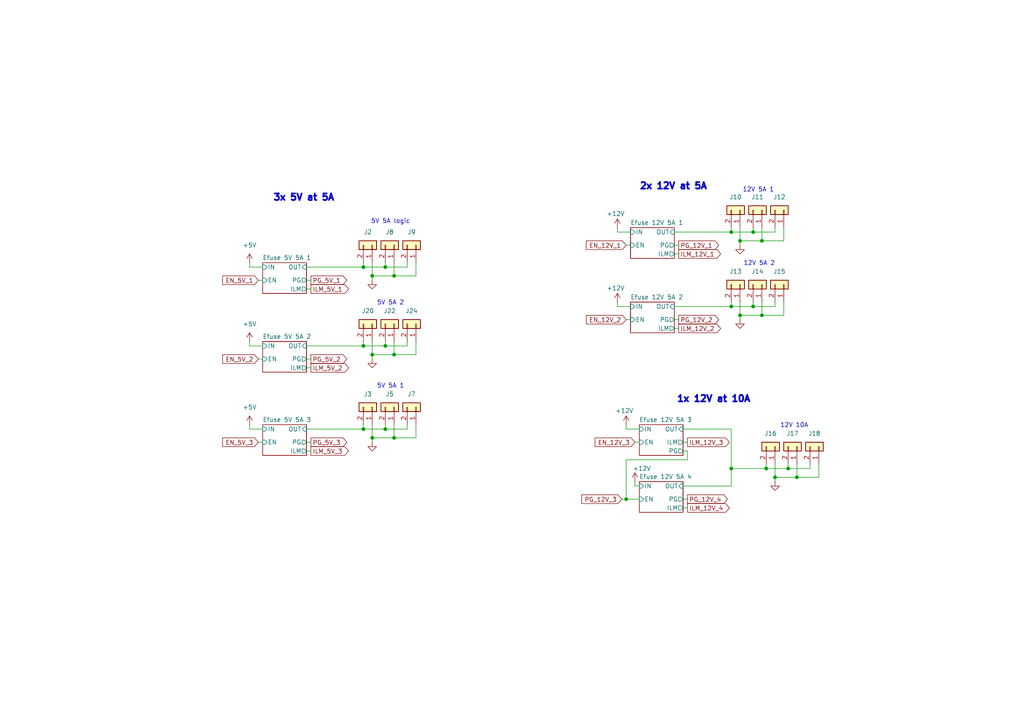
<source format=kicad_sch>
(kicad_sch (version 20250114) (generator "eeschema") (generator_version "9.0")
  (paper "A4")
  (lib_symbols
    (symbol "Connector_Generic:Conn_01x02" (pin_names (offset 1.016) (hide yes))
      (property "Reference" "J" (at 0 2.54 0))
      (property "Value" "Conn_01x02" (at 0 -5.08 0))
      (symbol "Conn_01x02_1_1"
        (rectangle (start -1.27 1.27) (end 1.27 -3.81) (stroke (width 0.254)) (fill (type background)))
        (rectangle (start -1.27 0.127) (end 0 -0.127) (stroke (width 0.1524)))
        (rectangle (start -1.27 -2.413) (end 0 -2.667) (stroke (width 0.1524)))
        (pin passive line (at -5.08 0 0) (length 3.81) (name "Pin_1") (number "1"))
        (pin passive line (at -5.08 -2.54 0) (length 3.81) (name "Pin_2") (number "2"))
      )
    )
    (symbol "power:+12V" (power) (pin_numbers (hide yes)) (pin_names (offset 0) (hide yes))
      (property "Value" "+12V" (at 0 3.556 0))
      (symbol "+12V_0_1"
        (polyline (pts (xy -0.762 1.27) (xy 0 2.54)))
        (polyline (pts (xy 0 2.54) (xy 0.762 1.27)))
        (polyline (pts (xy 0 0) (xy 0 2.54)))
      )
      (symbol "+12V_1_1"
        (pin power_in line (at 0 0 90) (length 0) (name "~") (number "1"))
      )
    )
    (symbol "power:+5V" (power) (pin_numbers (hide yes)) (pin_names (offset 0) (hide yes))
      (property "Value" "+5V" (at 0 3.556 0))
      (symbol "+5V_0_1"
        (polyline (pts (xy -0.762 1.27) (xy 0 2.54)))
        (polyline (pts (xy 0 2.54) (xy 0.762 1.27)))
        (polyline (pts (xy 0 0) (xy 0 2.54)))
      )
      (symbol "+5V_1_1"
        (pin power_in line (at 0 0 90) (length 0) (name "~") (number "1"))
      )
    )
    (symbol "power:GND" (power) (pin_numbers (hide yes)) (pin_names (offset 0) (hide yes))
      (property "Value" "GND" (at 0 -3.81 0))
      (symbol "GND_0_1"
        (polyline (pts (xy 0 0) (xy 0 -1.27) (xy 1.27 -1.27) (xy 0 -2.54) (xy -1.27 -1.27) (xy 0 -1.27)))
      )
      (symbol "GND_1_1"
        (pin power_in line (at 0 0 270) (length 0) (name "~") (number "1"))
      )
    )
  )
  (text "5V 5A 1" (at 113.284 112.014 0) (effects (font (size 1.27 1.27))))
  (text "12V 5A 2" (at 220.218 76.454 0) (effects (font (size 1.27 1.27))))
  (text "12V 5A 1" (at 219.964 55.118 0) (effects (font (size 1.27 1.27))))
  (text "2x 12V at 5A" (at 195.326 54.102 0) (effects (font (size 1.905 1.905) (thickness 0.508) (bold yes))))
  (text "1x 12V at 10A" (at 207.01 115.824 0) (effects (font (size 1.905 1.905) (thickness 0.508) (bold yes))))
  (text "12V 10A" (at 230.378 123.444 0) (effects (font (size 1.27 1.27))))
  (text "5V 5A 2" (at 113.284 87.884 0) (effects (font (size 1.27 1.27))))
  (text "3x 5V at 5A" (at 88.138 57.404 0) (effects (font (size 1.905 1.905) (thickness 0.508) (bold yes))))
  (text "5V 5A logic" (at 113.284 64.262 0) (effects (font (size 1.27 1.27))))
  (junction (at 218.44 88.9))
  (junction (at 218.44 67.31))
  (junction (at 212.09 88.9))
  (junction (at 220.98 91.44))
  (junction (at 214.63 91.44))
  (junction (at 111.76 124.46))
  (junction (at 231.14 138.43))
  (junction (at 181.61 144.78))
  (junction (at 220.98 69.85))
  (junction (at 212.09 67.31))
  (junction (at 111.76 77.47))
  (junction (at 111.76 100.33))
  (junction (at 114.3 80.01))
  (junction (at 228.6 135.89))
  (junction (at 114.3 102.87))
  (junction (at 105.41 77.47))
  (junction (at 224.79 138.43))
  (junction (at 105.41 100.33))
  (junction (at 214.63 69.85))
  (junction (at 222.25 135.89))
  (junction (at 212.09 135.89))
  (junction (at 107.95 127))
  (junction (at 107.95 102.87))
  (junction (at 105.41 124.46))
  (junction (at 114.3 127))
  (junction (at 107.95 80.01))
  (wire (pts (xy 212.09 67.31) (xy 218.44 67.31)))
  (wire (pts (xy 105.41 123.19) (xy 105.41 124.46)))
  (wire (pts (xy 181.61 92.71) (xy 182.88 92.71)))
  (wire (pts (xy 120.65 76.2) (xy 120.65 80.01)))
  (wire (pts (xy 88.9 81.28) (xy 90.17 81.28)))
  (wire (pts (xy 107.95 80.01) (xy 114.3 80.01)))
  (wire (pts (xy 114.3 99.06) (xy 114.3 102.87)))
  (wire (pts (xy 195.58 92.71) (xy 196.85 92.71)))
  (wire (pts (xy 214.63 91.44) (xy 220.98 91.44)))
  (wire (pts (xy 111.76 77.47) (xy 111.76 76.2)))
  (wire (pts (xy 214.63 92.71) (xy 214.63 91.44)))
  (wire (pts (xy 180.34 144.78) (xy 181.61 144.78)))
  (wire (pts (xy 179.07 66.04) (xy 179.07 67.31)))
  (wire (pts (xy 218.44 67.31) (xy 218.44 66.04)))
  (wire (pts (xy 195.58 88.9) (xy 212.09 88.9)))
  (wire (pts (xy 237.49 134.62) (xy 237.49 138.43)))
  (wire (pts (xy 107.95 102.87) (xy 114.3 102.87)))
  (wire (pts (xy 72.39 99.06) (xy 72.39 100.33)))
  (wire (pts (xy 228.6 135.89) (xy 228.6 134.62)))
  (wire (pts (xy 181.61 124.46) (xy 185.42 124.46)))
  (wire (pts (xy 212.09 135.89) (xy 222.25 135.89)))
  (wire (pts (xy 224.79 67.31) (xy 224.79 66.04)))
  (wire (pts (xy 179.07 87.63) (xy 179.07 88.9)))
  (wire (pts (xy 114.3 76.2) (xy 114.3 80.01)))
  (wire (pts (xy 199.39 130.81) (xy 199.39 133.35)))
  (wire (pts (xy 120.65 123.19) (xy 120.65 127)))
  (wire (pts (xy 212.09 135.89) (xy 212.09 124.46)))
  (wire (pts (xy 74.93 128.27) (xy 76.2 128.27)))
  (wire (pts (xy 231.14 138.43) (xy 237.49 138.43)))
  (wire (pts (xy 105.41 76.2) (xy 105.41 77.47)))
  (wire (pts (xy 72.39 100.33) (xy 76.2 100.33)))
  (wire (pts (xy 105.41 124.46) (xy 111.76 124.46)))
  (wire (pts (xy 214.63 66.04) (xy 214.63 69.85)))
  (wire (pts (xy 199.39 128.27) (xy 198.12 128.27)))
  (wire (pts (xy 118.11 124.46) (xy 118.11 123.19)))
  (wire (pts (xy 195.58 67.31) (xy 212.09 67.31)))
  (wire (pts (xy 105.41 100.33) (xy 111.76 100.33)))
  (wire (pts (xy 181.61 123.19) (xy 181.61 124.46)))
  (wire (pts (xy 198.12 140.97) (xy 212.09 140.97)))
  (wire (pts (xy 227.33 87.63) (xy 227.33 91.44)))
  (wire (pts (xy 212.09 87.63) (xy 212.09 88.9)))
  (wire (pts (xy 88.9 130.81) (xy 90.17 130.81)))
  (wire (pts (xy 72.39 123.19) (xy 72.39 124.46)))
  (wire (pts (xy 179.07 88.9) (xy 182.88 88.9)))
  (wire (pts (xy 224.79 134.62) (xy 224.79 138.43)))
  (wire (pts (xy 220.98 87.63) (xy 220.98 91.44)))
  (wire (pts (xy 198.12 130.81) (xy 199.39 130.81)))
  (wire (pts (xy 212.09 88.9) (xy 218.44 88.9)))
  (wire (pts (xy 220.98 66.04) (xy 220.98 69.85)))
  (wire (pts (xy 118.11 77.47) (xy 118.11 76.2)))
  (wire (pts (xy 195.58 73.66) (xy 196.85 73.66)))
  (wire (pts (xy 218.44 88.9) (xy 224.79 88.9)))
  (wire (pts (xy 107.95 76.2) (xy 107.95 80.01)))
  (wire (pts (xy 111.76 124.46) (xy 118.11 124.46)))
  (wire (pts (xy 224.79 88.9) (xy 224.79 87.63)))
  (wire (pts (xy 107.95 128.27) (xy 107.95 127)))
  (wire (pts (xy 224.79 139.7) (xy 224.79 138.43)))
  (wire (pts (xy 231.14 134.62) (xy 231.14 138.43)))
  (wire (pts (xy 181.61 133.35) (xy 181.61 144.78)))
  (wire (pts (xy 111.76 77.47) (xy 118.11 77.47)))
  (wire (pts (xy 88.9 104.14) (xy 90.17 104.14)))
  (wire (pts (xy 184.15 139.7) (xy 184.15 140.97)))
  (wire (pts (xy 220.98 69.85) (xy 227.33 69.85)))
  (wire (pts (xy 111.76 124.46) (xy 111.76 123.19)))
  (wire (pts (xy 222.25 134.62) (xy 222.25 135.89)))
  (wire (pts (xy 234.95 135.89) (xy 234.95 134.62)))
  (wire (pts (xy 88.9 83.82) (xy 90.17 83.82)))
  (wire (pts (xy 181.61 144.78) (xy 185.42 144.78)))
  (wire (pts (xy 111.76 100.33) (xy 118.11 100.33)))
  (wire (pts (xy 218.44 88.9) (xy 218.44 87.63)))
  (wire (pts (xy 199.39 133.35) (xy 181.61 133.35)))
  (wire (pts (xy 224.79 138.43) (xy 231.14 138.43)))
  (wire (pts (xy 195.58 95.25) (xy 196.85 95.25)))
  (wire (pts (xy 195.58 71.12) (xy 196.85 71.12)))
  (wire (pts (xy 228.6 135.89) (xy 234.95 135.89)))
  (wire (pts (xy 88.9 128.27) (xy 90.17 128.27)))
  (wire (pts (xy 222.25 135.89) (xy 228.6 135.89)))
  (wire (pts (xy 105.41 77.47) (xy 111.76 77.47)))
  (wire (pts (xy 107.95 123.19) (xy 107.95 127)))
  (wire (pts (xy 111.76 100.33) (xy 111.76 99.06)))
  (wire (pts (xy 72.39 77.47) (xy 76.2 77.47)))
  (wire (pts (xy 181.61 71.12) (xy 182.88 71.12)))
  (wire (pts (xy 114.3 123.19) (xy 114.3 127)))
  (wire (pts (xy 107.95 81.28) (xy 107.95 80.01)))
  (wire (pts (xy 107.95 127) (xy 114.3 127)))
  (wire (pts (xy 179.07 67.31) (xy 182.88 67.31)))
  (wire (pts (xy 107.95 99.06) (xy 107.95 102.87)))
  (wire (pts (xy 120.65 99.06) (xy 120.65 102.87)))
  (wire (pts (xy 88.9 106.68) (xy 90.17 106.68)))
  (wire (pts (xy 114.3 127) (xy 120.65 127)))
  (wire (pts (xy 212.09 66.04) (xy 212.09 67.31)))
  (wire (pts (xy 218.44 67.31) (xy 224.79 67.31)))
  (wire (pts (xy 198.12 144.78) (xy 199.39 144.78)))
  (wire (pts (xy 88.9 100.33) (xy 105.41 100.33)))
  (wire (pts (xy 88.9 124.46) (xy 105.41 124.46)))
  (wire (pts (xy 184.15 128.27) (xy 185.42 128.27)))
  (wire (pts (xy 214.63 87.63) (xy 214.63 91.44)))
  (wire (pts (xy 74.93 104.14) (xy 76.2 104.14)))
  (wire (pts (xy 184.15 140.97) (xy 185.42 140.97)))
  (wire (pts (xy 214.63 71.12) (xy 214.63 69.85)))
  (wire (pts (xy 114.3 102.87) (xy 120.65 102.87)))
  (wire (pts (xy 212.09 140.97) (xy 212.09 135.89)))
  (wire (pts (xy 88.9 77.47) (xy 105.41 77.47)))
  (wire (pts (xy 105.41 99.06) (xy 105.41 100.33)))
  (wire (pts (xy 72.39 124.46) (xy 76.2 124.46)))
  (wire (pts (xy 198.12 147.32) (xy 199.39 147.32)))
  (wire (pts (xy 198.12 124.46) (xy 212.09 124.46)))
  (wire (pts (xy 220.98 91.44) (xy 227.33 91.44)))
  (wire (pts (xy 214.63 69.85) (xy 220.98 69.85)))
  (wire (pts (xy 74.93 81.28) (xy 76.2 81.28)))
  (wire (pts (xy 114.3 80.01) (xy 120.65 80.01)))
  (wire (pts (xy 107.95 104.14) (xy 107.95 102.87)))
  (wire (pts (xy 118.11 100.33) (xy 118.11 99.06)))
  (wire (pts (xy 227.33 66.04) (xy 227.33 69.85)))
  (wire (pts (xy 72.39 76.2) (xy 72.39 77.47)))
  (global_label "ILM_5V_1" (shape output) (at 90.17 83.82 0) (property "Intersheetrefs" "${INTERSHEET_REFS}" (effects (hide yes))))
  (global_label "EN_5V_3" (shape input) (at 74.93 128.27 180) (property "Intersheetrefs" "${INTERSHEET_REFS}" (effects (hide yes))))
  (global_label "PG_5V_3" (shape output) (at 90.17 128.27 0) (property "Intersheetrefs" "${INTERSHEET_REFS}" (effects (hide yes))))
  (global_label "EN_12V_3" (shape input) (at 184.15 128.27 180) (property "Intersheetrefs" "${INTERSHEET_REFS}" (effects (hide yes))))
  (global_label "EN_12V_1" (shape input) (at 181.61 71.12 180) (property "Intersheetrefs" "${INTERSHEET_REFS}" (effects (hide yes))))
  (global_label "PG_12V_3" (shape input) (at 180.34 144.78 180) (property "Intersheetrefs" "${INTERSHEET_REFS}" (effects (hide yes))))
  (global_label "ILM_5V_3" (shape output) (at 90.17 130.81 0) (property "Intersheetrefs" "${INTERSHEET_REFS}" (effects (hide yes))))
  (global_label "EN_12V_2" (shape input) (at 181.61 92.71 180) (property "Intersheetrefs" "${INTERSHEET_REFS}" (effects (hide yes))))
  (global_label "PG_12V_2" (shape output) (at 196.85 92.71 0) (property "Intersheetrefs" "${INTERSHEET_REFS}" (effects (hide yes))))
  (global_label "ILM_12V_4" (shape output) (at 199.39 147.32 0) (property "Intersheetrefs" "${INTERSHEET_REFS}" (effects (hide yes))))
  (global_label "PG_5V_2" (shape output) (at 90.17 104.14 0) (property "Intersheetrefs" "${INTERSHEET_REFS}" (effects (hide yes))))
  (global_label "PG_12V_4" (shape output) (at 199.39 144.78 0) (property "Intersheetrefs" "${INTERSHEET_REFS}" (effects (hide yes))))
  (global_label "EN_5V_2" (shape input) (at 74.93 104.14 180) (property "Intersheetrefs" "${INTERSHEET_REFS}" (effects (hide yes))))
  (global_label "PG_12V_1" (shape output) (at 196.85 71.12 0) (property "Intersheetrefs" "${INTERSHEET_REFS}" (effects (hide yes))))
  (global_label "ILM_12V_1" (shape output) (at 196.85 73.66 0) (property "Intersheetrefs" "${INTERSHEET_REFS}" (effects (hide yes))))
  (global_label "PG_5V_1" (shape output) (at 90.17 81.28 0) (property "Intersheetrefs" "${INTERSHEET_REFS}" (effects (hide yes))))
  (global_label "ILM_12V_3" (shape output) (at 199.39 128.27 0) (property "Intersheetrefs" "${INTERSHEET_REFS}" (effects (hide yes))))
  (global_label "ILM_12V_2" (shape output) (at 196.85 95.25 0) (property "Intersheetrefs" "${INTERSHEET_REFS}" (effects (hide yes))))
  (global_label "ILM_5V_2" (shape output) (at 90.17 106.68 0) (property "Intersheetrefs" "${INTERSHEET_REFS}" (effects (hide yes))))
  (global_label "EN_5V_1" (shape input) (at 74.93 81.28 180) (property "Intersheetrefs" "${INTERSHEET_REFS}" (effects (hide yes))))
  (symbol (lib_id "power:+5V") (at 72.39 123.19 0) (mirror y) (unit 1)
    (property "Reference" "#PWR044" (effects (hide yes)))
    (property "Value" "+5V" (at 72.39 118.11 0))
    (property "Description" "Power symbol creates a global label with name \"+5V\"" (effects (hide yes)))
  )
  (symbol (lib_id "Connector_Generic:Conn_01x02") (at 237.49 129.54 270) (mirror x) (unit 1)
    (property "Reference" "J18" (at 236.22 125.73 90))
    (property "Value" "Conn_01x02" (effects (hide yes)))
    (property "Footprint" "Connector_JST:JST_XH_B2B-XH-A_1x02_P2.50mm_Vertical" (effects (hide yes)))
    (property "Description" "Generic connector, single row, 01x02, script generated (kicad-library-utils/schlib/autogen/connector/)" (effects (hide yes)))
    (property "Basic" "Z" (effects (hide yes)))
    (property "JLCPCB Part #" "C158012" (effects (hide yes)))
    (property "Manufacturer" "JST" (effects (hide yes)))
    (property "Manufacturer Part Number" "B2B-XH-A(LF)(SN)" (effects (hide yes)))
  )
  (symbol (lib_id "power:+12V") (at 179.07 87.63 0) (unit 1)
    (property "Reference" "#PWR095" (effects (hide yes)))
    (property "Value" "+12V" (at 178.562 83.566 0))
    (property "Description" "Power symbol creates a global label with name \"+12V\"" (effects (hide yes)))
  )
  (symbol (lib_id "power:+12V") (at 179.07 66.04 0) (unit 1)
    (property "Reference" "#PWR083" (effects (hide yes)))
    (property "Value" "+12V" (at 178.562 61.976 0))
    (property "Description" "Power symbol creates a global label with name \"+12V\"" (effects (hide yes)))
  )
  (symbol (lib_id "power:GND") (at 107.95 81.28 0) (unit 1)
    (property "Reference" "#PWR071" (effects (hide yes)))
    (property "Value" "GND" (effects (hide yes)))
    (property "Description" "Power symbol creates a global label with name \"GND\" , ground" (effects (hide yes)))
  )
  (symbol (lib_id "Connector_Generic:Conn_01x02") (at 107.95 118.11 270) (mirror x) (unit 1)
    (property "Reference" "J3" (at 106.68 114.3 90))
    (property "Value" "Conn_01x02" (effects (hide yes)))
    (property "Footprint" "Connector_JST:JST_XH_B2B-XH-A_1x02_P2.50mm_Vertical" (effects (hide yes)))
    (property "Description" "Generic connector, single row, 01x02, script generated (kicad-library-utils/schlib/autogen/connector/)" (effects (hide yes)))
    (property "Basic" "Z" (effects (hide yes)))
    (property "JLCPCB Part #" "C158012" (effects (hide yes)))
    (property "Manufacturer" "JST" (effects (hide yes)))
    (property "Manufacturer Part Number" "B2B-XH-A(LF)(SN)" (effects (hide yes)))
  )
  (symbol (lib_id "power:GND") (at 214.63 71.12 0) (unit 1)
    (property "Reference" "#PWR084" (effects (hide yes)))
    (property "Value" "GND" (effects (hide yes)))
    (property "Description" "Power symbol creates a global label with name \"GND\" , ground" (effects (hide yes)))
  )
  (symbol (lib_id "Connector_Generic:Conn_01x02") (at 220.98 60.96 270) (mirror x) (unit 1)
    (property "Reference" "J11" (at 219.71 57.15 90))
    (property "Value" "Conn_01x02" (effects (hide yes)))
    (property "Footprint" "Connector_JST:JST_XH_B2B-XH-A_1x02_P2.50mm_Vertical" (effects (hide yes)))
    (property "Description" "Generic connector, single row, 01x02, script generated (kicad-library-utils/schlib/autogen/connector/)" (effects (hide yes)))
    (property "Basic" "Z" (effects (hide yes)))
    (property "JLCPCB Part #" "C158012" (effects (hide yes)))
    (property "Manufacturer" "JST" (effects (hide yes)))
    (property "Manufacturer Part Number" "B2B-XH-A(LF)(SN)" (effects (hide yes)))
  )
  (symbol (lib_id "Connector_Generic:Conn_01x02") (at 114.3 118.11 270) (mirror x) (unit 1)
    (property "Reference" "J5" (at 113.03 114.3 90))
    (property "Value" "Conn_01x02" (effects (hide yes)))
    (property "Footprint" "Connector_JST:JST_XH_B2B-XH-A_1x02_P2.50mm_Vertical" (effects (hide yes)))
    (property "Description" "Generic connector, single row, 01x02, script generated (kicad-library-utils/schlib/autogen/connector/)" (effects (hide yes)))
    (property "Basic" "Z" (effects (hide yes)))
    (property "JLCPCB Part #" "C158012" (effects (hide yes)))
    (property "Manufacturer" "JST" (effects (hide yes)))
    (property "Manufacturer Part Number" "B2B-XH-A(LF)(SN)" (effects (hide yes)))
  )
  (symbol (lib_id "Connector_Generic:Conn_01x02") (at 214.63 60.96 270) (mirror x) (unit 1)
    (property "Reference" "J10" (at 213.36 57.15 90))
    (property "Value" "Conn_01x02" (effects (hide yes)))
    (property "Footprint" "Connector_JST:JST_XH_B2B-XH-A_1x02_P2.50mm_Vertical" (effects (hide yes)))
    (property "Description" "Generic connector, single row, 01x02, script generated (kicad-library-utils/schlib/autogen/connector/)" (effects (hide yes)))
    (property "Basic" "Z" (effects (hide yes)))
    (property "JLCPCB Part #" "C158012" (effects (hide yes)))
    (property "Manufacturer" "JST" (effects (hide yes)))
    (property "Manufacturer Part Number" "B2B-XH-A(LF)(SN)" (effects (hide yes)))
  )
  (symbol (lib_id "power:+5V") (at 72.39 76.2 0) (mirror y) (unit 1)
    (property "Reference" "#PWR043" (effects (hide yes)))
    (property "Value" "+5V" (at 72.39 71.12 0))
    (property "Description" "Power symbol creates a global label with name \"+5V\"" (effects (hide yes)))
  )
  (symbol (lib_id "Connector_Generic:Conn_01x02") (at 227.33 82.55 270) (mirror x) (unit 1)
    (property "Reference" "J15" (at 226.06 78.74 90))
    (property "Value" "Conn_01x02" (effects (hide yes)))
    (property "Footprint" "Connector_JST:JST_XH_B2B-XH-A_1x02_P2.50mm_Vertical" (effects (hide yes)))
    (property "Description" "Generic connector, single row, 01x02, script generated (kicad-library-utils/schlib/autogen/connector/)" (effects (hide yes)))
    (property "Basic" "Z" (effects (hide yes)))
    (property "JLCPCB Part #" "C158012" (effects (hide yes)))
    (property "Manufacturer" "JST" (effects (hide yes)))
    (property "Manufacturer Part Number" "B2B-XH-A(LF)(SN)" (effects (hide yes)))
  )
  (symbol (lib_id "Connector_Generic:Conn_01x02") (at 227.33 60.96 270) (mirror x) (unit 1)
    (property "Reference" "J12" (at 226.06 57.15 90))
    (property "Value" "Conn_01x02" (effects (hide yes)))
    (property "Footprint" "Connector_JST:JST_XH_B2B-XH-A_1x02_P2.50mm_Vertical" (effects (hide yes)))
    (property "Description" "Generic connector, single row, 01x02, script generated (kicad-library-utils/schlib/autogen/connector/)" (effects (hide yes)))
    (property "Basic" "Z" (effects (hide yes)))
    (property "JLCPCB Part #" "C158012" (effects (hide yes)))
    (property "Manufacturer" "JST" (effects (hide yes)))
    (property "Manufacturer Part Number" "B2B-XH-A(LF)(SN)" (effects (hide yes)))
  )
  (symbol (lib_id "Connector_Generic:Conn_01x02") (at 214.63 82.55 270) (mirror x) (unit 1)
    (property "Reference" "J13" (at 213.36 78.74 90))
    (property "Value" "Conn_01x02" (effects (hide yes)))
    (property "Footprint" "Connector_JST:JST_XH_B2B-XH-A_1x02_P2.50mm_Vertical" (effects (hide yes)))
    (property "Description" "Generic connector, single row, 01x02, script generated (kicad-library-utils/schlib/autogen/connector/)" (effects (hide yes)))
    (property "Basic" "Z" (effects (hide yes)))
    (property "JLCPCB Part #" "C158012" (effects (hide yes)))
    (property "Manufacturer" "JST" (effects (hide yes)))
    (property "Manufacturer Part Number" "B2B-XH-A(LF)(SN)" (effects (hide yes)))
  )
  (symbol (lib_id "Connector_Generic:Conn_01x02") (at 120.65 71.12 270) (mirror x) (unit 1)
    (property "Reference" "J9" (at 119.38 67.31 90))
    (property "Value" "Conn_01x02" (effects (hide yes)))
    (property "Footprint" "Connector_JST:JST_XH_B2B-XH-A_1x02_P2.50mm_Vertical" (effects (hide yes)))
    (property "Description" "Generic connector, single row, 01x02, script generated (kicad-library-utils/schlib/autogen/connector/)" (effects (hide yes)))
    (property "Basic" "Z" (effects (hide yes)))
    (property "JLCPCB Part #" "C158012" (effects (hide yes)))
    (property "Manufacturer" "JST" (effects (hide yes)))
    (property "Manufacturer Part Number" "B2B-XH-A(LF)(SN)" (effects (hide yes)))
  )
  (symbol (lib_id "power:+12V") (at 184.15 139.7 0) (unit 1)
    (property "Reference" "#PWR0123" (effects (hide yes)))
    (property "Value" "+12V" (at 186.182 135.89 0))
    (property "Description" "Power symbol creates a global label with name \"+12V\"" (effects (hide yes)))
  )
  (symbol (lib_id "Connector_Generic:Conn_01x02") (at 114.3 71.12 270) (mirror x) (unit 1)
    (property "Reference" "J8" (at 113.03 67.31 90))
    (property "Value" "Conn_01x02" (effects (hide yes)))
    (property "Footprint" "Connector_JST:JST_XH_B2B-XH-A_1x02_P2.50mm_Vertical" (effects (hide yes)))
    (property "Description" "Generic connector, single row, 01x02, script generated (kicad-library-utils/schlib/autogen/connector/)" (effects (hide yes)))
    (property "Basic" "Z" (effects (hide yes)))
    (property "JLCPCB Part #" "C158012" (effects (hide yes)))
    (property "Manufacturer" "JST" (effects (hide yes)))
    (property "Manufacturer Part Number" "B2B-XH-A(LF)(SN)" (effects (hide yes)))
  )
  (symbol (lib_id "Connector_Generic:Conn_01x02") (at 231.14 129.54 270) (mirror x) (unit 1)
    (property "Reference" "J17" (at 229.87 125.73 90))
    (property "Value" "Conn_01x02" (effects (hide yes)))
    (property "Footprint" "Connector_JST:JST_XH_B2B-XH-A_1x02_P2.50mm_Vertical" (effects (hide yes)))
    (property "Description" "Generic connector, single row, 01x02, script generated (kicad-library-utils/schlib/autogen/connector/)" (effects (hide yes)))
    (property "Basic" "Z" (effects (hide yes)))
    (property "JLCPCB Part #" "C158012" (effects (hide yes)))
    (property "Manufacturer" "JST" (effects (hide yes)))
    (property "Manufacturer Part Number" "B2B-XH-A(LF)(SN)" (effects (hide yes)))
  )
  (symbol (lib_id "power:GND") (at 214.63 92.71 0) (unit 1)
    (property "Reference" "#PWR096" (effects (hide yes)))
    (property "Value" "GND" (effects (hide yes)))
    (property "Description" "Power symbol creates a global label with name \"GND\" , ground" (effects (hide yes)))
  )
  (symbol (lib_id "Connector_Generic:Conn_01x02") (at 120.65 93.98 270) (mirror x) (unit 1)
    (property "Reference" "J24" (at 119.38 90.17 90))
    (property "Value" "Conn_01x02" (effects (hide yes)))
    (property "Footprint" "Connector_JST:JST_XH_B2B-XH-A_1x02_P2.50mm_Vertical" (effects (hide yes)))
    (property "Description" "Generic connector, single row, 01x02, script generated (kicad-library-utils/schlib/autogen/connector/)" (effects (hide yes)))
    (property "Basic" "Z" (effects (hide yes)))
    (property "JLCPCB Part #" "C158012" (effects (hide yes)))
    (property "Manufacturer" "JST" (effects (hide yes)))
    (property "Manufacturer Part Number" "B2B-XH-A(LF)(SN)" (effects (hide yes)))
  )
  (symbol (lib_id "power:+5V") (at 72.39 99.06 0) (mirror y) (unit 1)
    (property "Reference" "#PWR0125" (effects (hide yes)))
    (property "Value" "+5V" (at 72.39 93.98 0))
    (property "Description" "Power symbol creates a global label with name \"+5V\"" (effects (hide yes)))
  )
  (symbol (lib_id "power:GND") (at 107.95 104.14 0) (unit 1)
    (property "Reference" "#PWR0127" (effects (hide yes)))
    (property "Value" "GND" (effects (hide yes)))
    (property "Description" "Power symbol creates a global label with name \"GND\" , ground" (effects (hide yes)))
  )
  (symbol (lib_id "Connector_Generic:Conn_01x02") (at 107.95 71.12 270) (mirror x) (unit 1)
    (property "Reference" "J2" (at 106.68 67.31 90))
    (property "Value" "Conn_01x02" (effects (hide yes)))
    (property "Footprint" "Connector_JST:JST_XH_B2B-XH-A_1x02_P2.50mm_Vertical" (effects (hide yes)))
    (property "Description" "Generic connector, single row, 01x02, script generated (kicad-library-utils/schlib/autogen/connector/)" (effects (hide yes)))
    (property "Basic" "Z" (effects (hide yes)))
    (property "JLCPCB Part #" "C158012" (effects (hide yes)))
    (property "Manufacturer" "JST" (effects (hide yes)))
    (property "Manufacturer Part Number" "B2B-XH-A(LF)(SN)" (effects (hide yes)))
  )
  (symbol (lib_id "Connector_Generic:Conn_01x02") (at 120.65 118.11 270) (mirror x) (unit 1)
    (property "Reference" "J7" (at 119.38 114.3 90))
    (property "Value" "Conn_01x02" (effects (hide yes)))
    (property "Footprint" "Connector_JST:JST_XH_B2B-XH-A_1x02_P2.50mm_Vertical" (effects (hide yes)))
    (property "Description" "Generic connector, single row, 01x02, script generated (kicad-library-utils/schlib/autogen/connector/)" (effects (hide yes)))
    (property "Basic" "Z" (effects (hide yes)))
    (property "JLCPCB Part #" "C158012" (effects (hide yes)))
    (property "Manufacturer" "JST" (effects (hide yes)))
    (property "Manufacturer Part Number" "B2B-XH-A(LF)(SN)" (effects (hide yes)))
  )
  (symbol (lib_id "power:+12V") (at 181.61 123.19 0) (unit 1)
    (property "Reference" "#PWR0105" (effects (hide yes)))
    (property "Value" "+12V" (at 181.102 119.126 0))
    (property "Description" "Power symbol creates a global label with name \"+12V\"" (effects (hide yes)))
  )
  (symbol (lib_id "power:GND") (at 224.79 139.7 0) (unit 1)
    (property "Reference" "#PWR0106" (effects (hide yes)))
    (property "Value" "GND" (effects (hide yes)))
    (property "Description" "Power symbol creates a global label with name \"GND\" , ground" (effects (hide yes)))
  )
  (symbol (lib_id "Connector_Generic:Conn_01x02") (at 220.98 82.55 270) (mirror x) (unit 1)
    (property "Reference" "J14" (at 219.71 78.74 90))
    (property "Value" "Conn_01x02" (effects (hide yes)))
    (property "Footprint" "Connector_JST:JST_XH_B2B-XH-A_1x02_P2.50mm_Vertical" (effects (hide yes)))
    (property "Description" "Generic connector, single row, 01x02, script generated (kicad-library-utils/schlib/autogen/connector/)" (effects (hide yes)))
    (property "Basic" "Z" (effects (hide yes)))
    (property "JLCPCB Part #" "C158012" (effects (hide yes)))
    (property "Manufacturer" "JST" (effects (hide yes)))
    (property "Manufacturer Part Number" "B2B-XH-A(LF)(SN)" (effects (hide yes)))
  )
  (symbol (lib_id "Connector_Generic:Conn_01x02") (at 107.95 93.98 270) (mirror x) (unit 1)
    (property "Reference" "J20" (at 106.68 90.17 90))
    (property "Value" "Conn_01x02" (effects (hide yes)))
    (property "Footprint" "Connector_JST:JST_XH_B2B-XH-A_1x02_P2.50mm_Vertical" (effects (hide yes)))
    (property "Description" "Generic connector, single row, 01x02, script generated (kicad-library-utils/schlib/autogen/connector/)" (effects (hide yes)))
    (property "Basic" "Z" (effects (hide yes)))
    (property "JLCPCB Part #" "C158012" (effects (hide yes)))
    (property "Manufacturer" "JST" (effects (hide yes)))
    (property "Manufacturer Part Number" "B2B-XH-A(LF)(SN)" (effects (hide yes)))
  )
  (symbol (lib_id "Connector_Generic:Conn_01x02") (at 114.3 93.98 270) (mirror x) (unit 1)
    (property "Reference" "J22" (at 113.03 90.17 90))
    (property "Value" "Conn_01x02" (effects (hide yes)))
    (property "Footprint" "Connector_JST:JST_XH_B2B-XH-A_1x02_P2.50mm_Vertical" (effects (hide yes)))
    (property "Description" "Generic connector, single row, 01x02, script generated (kicad-library-utils/schlib/autogen/connector/)" (effects (hide yes)))
    (property "Basic" "Z" (effects (hide yes)))
    (property "JLCPCB Part #" "C158012" (effects (hide yes)))
    (property "Manufacturer" "JST" (effects (hide yes)))
    (property "Manufacturer Part Number" "B2B-XH-A(LF)(SN)" (effects (hide yes)))
  )
  (symbol (lib_id "Connector_Generic:Conn_01x02") (at 224.79 129.54 270) (mirror x) (unit 1)
    (property "Reference" "J16" (at 223.52 125.73 90))
    (property "Value" "Conn_01x02" (effects (hide yes)))
    (property "Footprint" "Connector_JST:JST_XH_B2B-XH-A_1x02_P2.50mm_Vertical" (effects (hide yes)))
    (property "Description" "Generic connector, single row, 01x02, script generated (kicad-library-utils/schlib/autogen/connector/)" (effects (hide yes)))
    (property "Basic" "Z" (effects (hide yes)))
    (property "JLCPCB Part #" "C158012" (effects (hide yes)))
    (property "Manufacturer" "JST" (effects (hide yes)))
    (property "Manufacturer Part Number" "B2B-XH-A(LF)(SN)" (effects (hide yes)))
  )
  (symbol (lib_id "power:GND") (at 107.95 128.27 0) (unit 1)
    (property "Reference" "#PWR074" (effects (hide yes)))
    (property "Value" "GND" (effects (hide yes)))
    (property "Description" "Power symbol creates a global label with name \"GND\" , ground" (effects (hide yes)))
  )
  (sheet (at 76.2 123.19) (size 12.7 8.89) (stroke (width 0.1524))
    (property "Sheetname" "Efuse 5V 5A 3" (at 76.2 122.4784 0) (effects (justify left bottom)))
    (property "Sheetfile" "efuse-5-5.kicad_sch" (effects (hide yes)))
    (pin "EN" input (at 76.2 128.27 180))
    (pin "PG" output (at 88.9 128.27 0))
    (pin "OUT" input (at 88.9 124.46 0))
    (pin "IN" input (at 76.2 124.46 180))
    (pin "ILM" output (at 88.9 130.81 0))
  )
  (sheet (at 76.2 76.2) (size 12.7 8.89) (stroke (width 0.1524))
    (property "Sheetname" "Efuse 5V 5A 1" (at 76.2 75.4884 0) (effects (justify left bottom)))
    (property "Sheetfile" "efuse-5-5.kicad_sch" (effects (hide yes)))
    (pin "EN" input (at 76.2 81.28 180))
    (pin "PG" output (at 88.9 81.28 0))
    (pin "OUT" input (at 88.9 77.47 0))
    (pin "IN" input (at 76.2 77.47 180))
    (pin "ILM" output (at 88.9 83.82 0))
  )
  (sheet (at 185.42 139.7) (size 12.7 8.89) (stroke (width 0.1524))
    (property "Sheetname" "Efuse 12V 5A 4" (at 185.42 138.9884 0) (effects (justify left bottom)))
    (property "Sheetfile" "efuse-12-5.kicad_sch" (effects (hide yes)))
    (pin "EN" input (at 185.42 144.78 180))
    (pin "PG" output (at 198.12 144.78 0))
    (pin "OUT" input (at 198.12 140.97 0))
    (pin "IN" input (at 185.42 140.97 180))
    (pin "ILM" output (at 198.12 147.32 0))
  )
  (sheet (at 182.88 87.63) (size 12.7 8.89) (stroke (width 0.1524))
    (property "Sheetname" "Efuse 12V 5A 2" (at 182.88 86.9184 0) (effects (justify left bottom)))
    (property "Sheetfile" "efuse-12-5.kicad_sch" (effects (hide yes)))
    (pin "EN" input (at 182.88 92.71 180))
    (pin "PG" output (at 195.58 92.71 0))
    (pin "OUT" input (at 195.58 88.9 0))
    (pin "IN" input (at 182.88 88.9 180))
    (pin "ILM" output (at 195.58 95.25 0))
  )
  (sheet (at 182.88 66.04) (size 12.7 8.89) (stroke (width 0.1524))
    (property "Sheetname" "Efuse 12V 5A 1" (at 182.88 65.3284 0) (effects (justify left bottom)))
    (property "Sheetfile" "efuse-12-5.kicad_sch" (effects (hide yes)))
    (pin "EN" input (at 182.88 71.12 180))
    (pin "PG" output (at 195.58 71.12 0))
    (pin "OUT" input (at 195.58 67.31 0))
    (pin "IN" input (at 182.88 67.31 180))
    (pin "ILM" output (at 195.58 73.66 0))
  )
  (sheet (at 76.2 99.06) (size 12.7 8.89) (stroke (width 0.1524))
    (property "Sheetname" "Efuse 5V 5A 2" (at 76.2 98.3484 0) (effects (justify left bottom)))
    (property "Sheetfile" "efuse-5-5.kicad_sch" (effects (hide yes)))
    (pin "EN" input (at 76.2 104.14 180))
    (pin "PG" output (at 88.9 104.14 0))
    (pin "OUT" input (at 88.9 100.33 0))
    (pin "IN" input (at 76.2 100.33 180))
    (pin "ILM" output (at 88.9 106.68 0))
  )
  (sheet (at 185.42 123.19) (size 12.7 8.89) (stroke (width 0.1524))
    (property "Sheetname" "Efuse 12V 5A 3" (at 185.42 122.4784 0) (effects (justify left bottom)))
    (property "Sheetfile" "efuse-12-5.kicad_sch" (effects (hide yes)))
    (pin "EN" input (at 185.42 128.27 180))
    (pin "PG" output (at 198.12 130.81 0))
    (pin "OUT" input (at 198.12 124.46 0))
    (pin "IN" input (at 185.42 124.46 180))
    (pin "ILM" output (at 198.12 128.27 0))
  )
)
</source>
